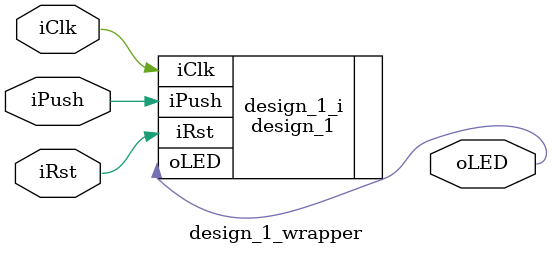
<source format=v>
`timescale 1 ps / 1 ps

module design_1_wrapper
   (iClk,
    iPush,
    iRst,
    oLED);
  input iClk;
  input iPush;
  input iRst;
  output oLED;

  wire iClk;
  wire iPush;
  wire iRst;
  wire oLED;

  design_1 design_1_i
       (.iClk(iClk),
        .iPush(iPush),
        .iRst(iRst),
        .oLED(oLED));
endmodule

</source>
